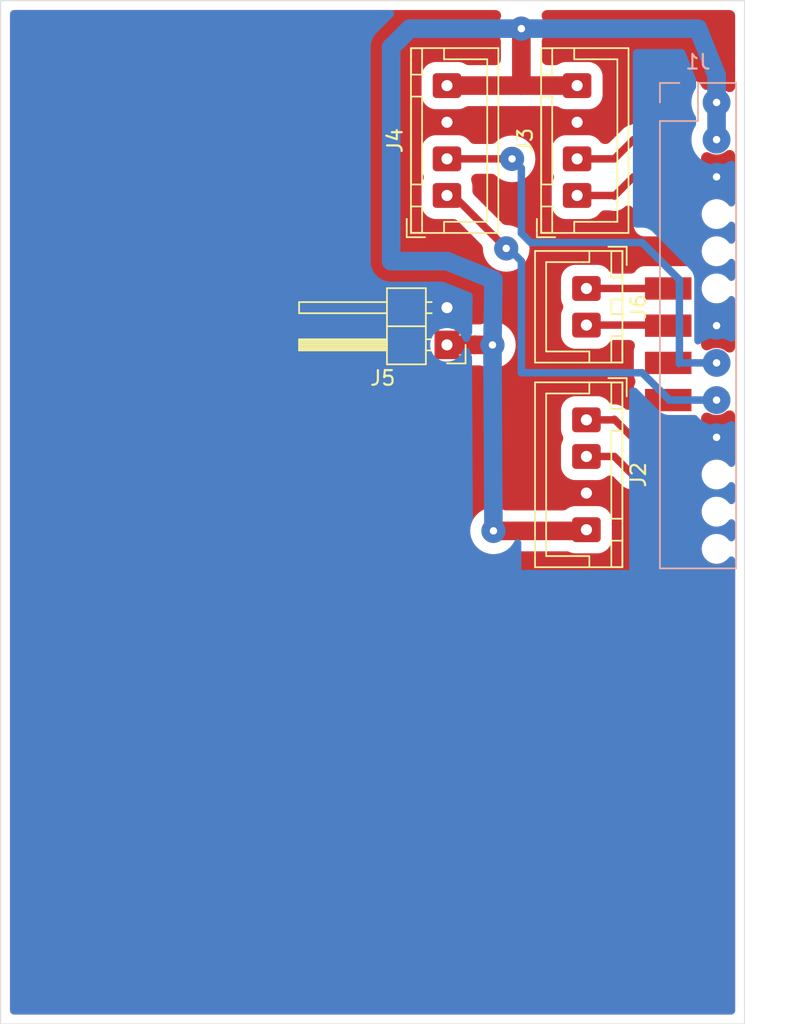
<source format=kicad_pcb>
(kicad_pcb (version 20240108) (generator "pcbnew") (generator_version "8.0")
  (layers (0 "F.Cu" signal) (31 "B.Cu" signal) (34 "B.Paste" user) (35 "F.Paste" user) (36 "B.SilkS" user "B.Silkscreen") (37 "F.SilkS" user "F.Silkscreen") (38 "B.Mask" user) (39 "F.Mask" user) (44 "Edge.Cuts" user))
  (net 0 "")
  (net 1 "GND")
  (net 2 "+3.3V")
  (net 5 "+5V")
  (net 6 "UART3_RX")
  (net 9 "CAN1_RX")
  (net 10 "CAN1_TX")
  (net 12 "UART1_RX")
  (net 13 "UART3_TX")
  (net 14 "UART1_TX")
  (net 20 "UART4_TX")
  (net 21 "UART4_RX")
  (footprint "Connector_PinHeader_2.54mm:PinHeader_1x02_P2.54mm_Horizontal" (layer "F.Cu") (at 30.48 23.495 180)
    (property "Reference" "J5" (at 4.385 -2.27 360) (layer "F.SilkS"))
    (property "Value" "FAN")
    (fp_line (start 10.1 2.92) (end 4.1 2.92) (stroke (width 0.12)) (layer "F.SilkS"))
    (fp_line (start 10.1 2.16) (end 10.1 2.92) (stroke (width 0.12)) (layer "F.SilkS"))
    (fp_line (start 10.1 0.38) (end 4.1 0.38) (stroke (width 0.12)) (layer "F.SilkS"))
    (fp_line (start 10.1 -0.38) (end 10.1 0.38) (stroke (width 0.12)) (layer "F.SilkS"))
    (fp_line (start 4.1 3.87) (end 4.1 -1.33) (stroke (width 0.12)) (layer "F.SilkS"))
    (fp_line (start 4.1 2.16) (end 10.1 2.16) (stroke (width 0.12)) (layer "F.SilkS"))
    (fp_line (start 4.1 0.28) (end 10.1 0.28) (stroke (width 0.12)) (layer "F.SilkS"))
    (fp_line (start 4.1 0.16) (end 10.1 0.16) (stroke (width 0.12)) (layer "F.SilkS"))
    (fp_line (start 4.1 0.04) (end 10.1 0.04) (stroke (width 0.12)) (layer "F.SilkS"))
    (fp_line (start 4.1 -0.08) (end 10.1 -0.08) (stroke (width 0.12)) (layer "F.SilkS"))
    (fp_line (start 4.1 -0.2) (end 10.1 -0.2) (stroke (width 0.12)) (layer "F.SilkS"))
    (fp_line (start 4.1 -0.32) (end 10.1 -0.32) (stroke (width 0.12)) (layer "F.SilkS"))
    (fp_line (start 4.1 -0.38) (end 10.1 -0.38) (stroke (width 0.12)) (layer "F.SilkS"))
    (fp_line (start 4.1 -1.33) (end 1.44 -1.33) (stroke (width 0.12)) (layer "F.SilkS"))
    (fp_line (start 1.44 3.87) (end 4.1 3.87) (stroke (width 0.12)) (layer "F.SilkS"))
    (fp_line (start 1.44 1.27) (end 4.1 1.27) (stroke (width 0.12)) (layer "F.SilkS"))
    (fp_line (start 1.44 -1.33) (end 1.44 3.87) (stroke (width 0.12)) (layer "F.SilkS"))
    (fp_line (start 1.11 0.38) (end 1.44 0.38) (stroke (width 0.12)) (layer "F.SilkS"))
    (fp_line (start 1.11 -0.38) (end 1.44 -0.38) (stroke (width 0.12)) (layer "F.SilkS"))
    (fp_line (start 1.042929 2.92) (end 1.44 2.92) (stroke (width 0.12)) (layer "F.SilkS"))
    (fp_line (start 1.042929 2.16) (end 1.44 2.16) (stroke (width 0.12)) (layer "F.SilkS"))
    (fp_line (start -1.27 0) (end -1.27 -1.27) (stroke (width 0.12)) (layer "F.SilkS"))
    (fp_line (start -1.27 -1.27) (end 0 -1.27) (stroke (width 0.12)) (layer "F.SilkS"))
    (pad "1" thru_hole roundrect (at 0 0 180) (size 1.7 1.95) (drill 0.762) (layers "*.Cu" "*.Mask") (remove_unused_layers yes) (roundrect_rratio 0.147059) (net 5 "+5V"))
    (pad "2" thru_hole roundrect (at 0 2.54 180) (size 1.7 1.95) (drill 0.762) (layers "*.Cu" "*.Mask") (remove_unused_layers yes) (zone_layer_connections "F.Cu" "B.Cu") (roundrect_rratio 0.147059) (net 1 "GND"))
  )
  (footprint "Connector_JST:JST_XH_B2B-XH-A_1x02_P2.50mm_Vertical" (layer "F.Cu") (at 40.005 19.645 -90)
    (property "Reference" "J6" (at 1.25 -3.55 90) (layer "F.SilkS"))
    (property "Value" "CAN1")
    (fp_line (start -2.56 3.51) (end 5.06 3.51) (stroke (width 0.12)) (layer "F.SilkS"))
    (fp_line (start 5.06 3.51) (end 5.06 -2.46) (stroke (width 0.12)) (layer "F.SilkS"))
    (fp_line (start -1.8 2.75) (end 1.25 2.75) (stroke (width 0.12)) (layer "F.SilkS"))
    (fp_line (start 4.3 2.75) (end 1.25 2.75) (stroke (width 0.12)) (layer "F.SilkS"))
    (fp_line (start -2.55 -0.2) (end -1.8 -0.2) (stroke (width 0.12)) (layer "F.SilkS"))
    (fp_line (start -1.8 -0.2) (end -1.8 2.75) (stroke (width 0.12)) (layer "F.SilkS"))
    (fp_line (start 4.3 -0.2) (end 4.3 2.75) (stroke (width 0.12)) (layer "F.SilkS"))
    (fp_line (start 5.05 -0.2) (end 4.3 -0.2) (stroke (width 0.12)) (layer "F.SilkS"))
    (fp_line (start -2.55 -1.7) (end -0.75 -1.7) (stroke (width 0.12)) (layer "F.SilkS"))
    (fp_line (start -0.75 -1.7) (end -0.75 -2.45) (stroke (width 0.12)) (layer "F.SilkS"))
    (fp_line (start 0.75 -1.7) (end 1.75 -1.7) (stroke (width 0.12)) (layer "F.SilkS"))
    (fp_line (start 1.75 -1.7) (end 1.75 -2.45) (stroke (width 0.12)) (layer "F.SilkS"))
    (fp_line (start 3.25 -1.7) (end 5.05 -1.7) (stroke (width 0.12)) (layer "F.SilkS"))
    (fp_line (start 5.05 -1.7) (end 5.05 -2.45) (stroke (width 0.12)) (layer "F.SilkS"))
    (fp_line (start -2.55 -2.45) (end -2.55 -1.7) (stroke (width 0.12)) (layer "F.SilkS"))
    (fp_line (start -0.75 -2.45) (end -2.55 -2.45) (stroke (width 0.12)) (layer "F.SilkS"))
    (fp_line (start 0.75 -2.45) (end 0.75 -1.7) (stroke (width 0.12)) (layer "F.SilkS"))
    (fp_line (start 1.75 -2.45) (end 0.75 -2.45) (stroke (width 0.12)) (layer "F.SilkS"))
    (fp_line (start 3.25 -2.45) (end 3.25 -1.7) (stroke (width 0.12)) (layer "F.SilkS"))
    (fp_line (start 5.05 -2.45) (end 3.25 -2.45) (stroke (width 0.12)) (layer "F.SilkS"))
    (fp_line (start -2.56 -2.46) (end -2.56 3.51) (stroke (width 0.12)) (layer "F.SilkS"))
    (fp_line (start 5.06 -2.46) (end -2.56 -2.46) (stroke (width 0.12)) (layer "F.SilkS"))
    (fp_line (start -2.85 -2.75) (end -2.85 -1.5) (stroke (width 0.12)) (layer "F.SilkS"))
    (fp_line (start -1.6 -2.75) (end -2.85 -2.75) (stroke (width 0.12)) (layer "F.SilkS"))
    (pad "1" thru_hole roundrect (at 0 0 270) (size 1.7 1.95) (drill 0.762) (layers "*.Cu" "*.Mask") (remove_unused_layers yes) (roundrect_rratio 0.147059) (net 9 "CAN1_RX"))
    (pad "2" thru_hole roundrect (at 2.5 0 270) (size 1.7 1.95) (drill 0.762) (layers "*.Cu" "*.Mask") (remove_unused_layers yes) (roundrect_rratio 0.147059) (net 10 "CAN1_TX"))
  )
  (footprint "Connector_JST:JST_XH_B4B-XH-A_1x04_P2.50mm_Vertical" (layer "F.Cu") (at 30.48 13.295 90)
    (property "Reference" "J4" (at 3.75 -3.55 90) (layer "F.SilkS"))
    (property "Value" "UART4")
    (fp_line (start -1.6 -2.75) (end -2.85 -2.75) (stroke (width 0.12)) (layer "F.SilkS"))
    (fp_line (start -2.85 -2.75) (end -2.85 -1.5) (stroke (width 0.12)) (layer "F.SilkS"))
    (fp_line (start 10.06 -2.46) (end -2.56 -2.46) (stroke (width 0.12)) (layer "F.SilkS"))
    (fp_line (start -2.56 -2.46) (end -2.56 3.51) (stroke (width 0.12)) (layer "F.SilkS"))
    (fp_line (start 10.05 -2.45) (end 8.25 -2.45) (stroke (width 0.12)) (layer "F.SilkS"))
    (fp_line (start 8.25 -2.45) (end 8.25 -1.7) (stroke (width 0.12)) (layer "F.SilkS"))
    (fp_line (start 6.75 -2.45) (end 0.75 -2.45) (stroke (width 0.12)) (layer "F.SilkS"))
    (fp_line (start 0.75 -2.45) (end 0.75 -1.7) (stroke (width 0.12)) (layer "F.SilkS"))
    (fp_line (start -0.75 -2.45) (end -2.55 -2.45) (stroke (width 0.12)) (layer "F.SilkS"))
    (fp_line (start -2.55 -2.45) (end -2.55 -1.7) (stroke (width 0.12)) (layer "F.SilkS"))
    (fp_line (start 10.05 -1.7) (end 10.05 -2.45) (stroke (width 0.12)) (layer "F.SilkS"))
    (fp_line (start 8.25 -1.7) (end 10.05 -1.7) (stroke (width 0.12)) (layer "F.SilkS"))
    (fp_line (start 6.75 -1.7) (end 6.75 -2.45) (stroke (width 0.12)) (layer "F.SilkS"))
    (fp_line (start 0.75 -1.7) (end 6.75 -1.7) (stroke (width 0.12)) (layer "F.SilkS"))
    (fp_line (start -0.75 -1.7) (end -0.75 -2.45) (stroke (width 0.12)) (layer "F.SilkS"))
    (fp_line (start -2.55 -1.7) (end -0.75 -1.7) (stroke (width 0.12)) (layer "F.SilkS"))
    (fp_line (start 10.05 -0.2) (end 9.3 -0.2) (stroke (width 0.12)) (layer "F.SilkS"))
    (fp_line (start 9.3 -0.2) (end 9.3 2.75) (stroke (width 0.12)) (layer "F.SilkS"))
    (fp_line (start -1.8 -0.2) (end -1.8 2.75) (stroke (width 0.12)) (layer "F.SilkS"))
    (fp_line (start -2.55 -0.2) (end -1.8 -0.2) (stroke (width 0.12)) (layer "F.SilkS"))
    (fp_line (start 9.3 2.75) (end 3.75 2.75) (stroke (width 0.12)) (layer "F.SilkS"))
    (fp_line (start -1.8 2.75) (end 3.75 2.75) (stroke (width 0.12)) (layer "F.SilkS"))
    (fp_line (start 10.06 3.51) (end 10.06 -2.46) (stroke (width 0.12)) (layer "F.SilkS"))
    (fp_line (start -2.56 3.51) (end 10.06 3.51) (stroke (width 0.12)) (layer "F.SilkS"))
    (pad "1" thru_hole roundrect (at 0 0 90) (size 1.7 1.95) (drill 0.762) (layers "*.Cu" "*.Mask") (remove_unused_layers yes) (roundrect_rratio 0.147059) (net 20 "UART4_TX"))
    (pad "2" thru_hole roundrect (at 2.5 0 90) (size 1.7 1.95) (drill 0.762) (layers "*.Cu" "*.Mask") (remove_unused_layers yes) (roundrect_rratio 0.147059) (net 21 "UART4_RX"))
    (pad "3" thru_hole roundrect (at 5 0 90) (size 1.7 1.95) (drill 0.762) (layers "*.Cu" "*.Mask") (remove_unused_layers yes) (zone_layer_connections "F.Cu") (roundrect_rratio 0.147059) (net 1 "GND"))
    (pad "4" thru_hole roundrect (at 7.5 0 90) (size 1.7 1.95) (drill 0.762) (layers "*.Cu" "*.Mask") (remove_unused_layers yes) (roundrect_rratio 0.147059) (net 5 "+5V"))
  )
  (footprint "Connector_JST:JST_XH_B4B-XH-A_1x04_P2.50mm_Vertical" (layer "F.Cu") (at 39.37 13.295 90)
    (property "Reference" "J3" (at 3.75 -3.55 90) (layer "F.SilkS"))
    (property "Value" "UART1")
    (fp_line (start -1.6 -2.75) (end -2.85 -2.75) (stroke (width 0.12)) (layer "F.SilkS"))
    (fp_line (start -2.85 -2.75) (end -2.85 -1.5) (stroke (width 0.12)) (layer "F.SilkS"))
    (fp_line (start 10.06 -2.46) (end -2.56 -2.46) (stroke (width 0.12)) (layer "F.SilkS"))
    (fp_line (start -2.56 -2.46) (end -2.56 3.51) (stroke (width 0.12)) (layer "F.SilkS"))
    (fp_line (start 10.05 -2.45) (end 8.25 -2.45) (stroke (width 0.12)) (layer "F.SilkS"))
    (fp_line (start 8.25 -2.45) (end 8.25 -1.7) (stroke (width 0.12)) (layer "F.SilkS"))
    (fp_line (start 6.75 -2.45) (end 0.75 -2.45) (stroke (width 0.12)) (layer "F.SilkS"))
    (fp_line (start 0.75 -2.45) (end 0.75 -1.7) (stroke (width 0.12)) (layer "F.SilkS"))
    (fp_line (start -0.75 -2.45) (end -2.55 -2.45) (stroke (width 0.12)) (layer "F.SilkS"))
    (fp_line (start -2.55 -2.45) (end -2.55 -1.7) (stroke (width 0.12)) (layer "F.SilkS"))
    (fp_line (start 10.05 -1.7) (end 10.05 -2.45) (stroke (width 0.12)) (layer "F.SilkS"))
    (fp_line (start 8.25 -1.7) (end 10.05 -1.7) (stroke (width 0.12)) (layer "F.SilkS"))
    (fp_line (start 6.75 -1.7) (end 6.75 -2.45) (stroke (width 0.12)) (layer "F.SilkS"))
    (fp_line (start 0.75 -1.7) (end 6.75 -1.7) (stroke (width 0.12)) (layer "F.SilkS"))
    (fp_line (start -0.75 -1.7) (end -0.75 -2.45) (stroke (width 0.12)) (layer "F.SilkS"))
    (fp_line (start -2.55 -1.7) (end -0.75 -1.7) (stroke (width 0.12)) (layer "F.SilkS"))
    (fp_line (start 10.05 -0.2) (end 9.3 -0.2) (stroke (width 0.12)) (layer "F.SilkS"))
    (fp_line (start 9.3 -0.2) (end 9.3 2.75) (stroke (width 0.12)) (layer "F.SilkS"))
    (fp_line (start -1.8 -0.2) (end -1.8 2.75) (stroke (width 0.12)) (layer "F.SilkS"))
    (fp_line (start -2.55 -0.2) (end -1.8 -0.2) (stroke (width 0.12)) (layer "F.SilkS"))
    (fp_line (start 9.3 2.75) (end 3.75 2.75) (stroke (width 0.12)) (layer "F.SilkS"))
    (fp_line (start -1.8 2.75) (end 3.75 2.75) (stroke (width 0.12)) (layer "F.SilkS"))
    (fp_line (start 10.06 3.51) (end 10.06 -2.46) (stroke (width 0.12)) (layer "F.SilkS"))
    (fp_line (start -2.56 3.51) (end 10.06 3.51) (stroke (width 0.12)) (layer "F.SilkS"))
    (pad "1" thru_hole roundrect (at 0 0 90) (size 1.7 1.95) (drill 0.762) (layers "*.Cu" "*.Mask") (remove_unused_layers yes) (roundrect_rratio 0.147059) (net 14 "UART1_TX"))
    (pad "2" thru_hole roundrect (at 2.5 0 90) (size 1.7 1.95) (drill 0.762) (layers "*.Cu" "*.Mask") (remove_unused_layers yes) (roundrect_rratio 0.147059) (net 12 "UART1_RX"))
    (pad "3" thru_hole roundrect (at 5 0 90) (size 1.7 1.95) (drill 0.762) (layers "*.Cu" "*.Mask") (remove_unused_layers yes) (zone_layer_connections "F.Cu") (roundrect_rratio 0.147059) (net 1 "GND"))
    (pad "4" thru_hole roundrect (at 7.5 0 90) (size 1.7 1.95) (drill 0.762) (layers "*.Cu" "*.Mask") (remove_unused_layers yes) (roundrect_rratio 0.147059) (net 5 "+5V"))
  )
  (footprint "Connector_JST:JST_XH_B4B-XH-A_1x04_P2.50mm_Vertical" (layer "F.Cu") (at 40.005 28.615 -90)
    (property "Reference" "J2" (at 3.75 -3.55 90) (layer "F.SilkS"))
    (property "Value" "UART3" (hide yes))
    (fp_line (start -2.56 3.51) (end 10.06 3.51) (stroke (width 0.12)) (layer "F.SilkS"))
    (fp_line (start 10.06 3.51) (end 10.06 -2.46) (stroke (width 0.12)) (layer "F.SilkS"))
    (fp_line (start -1.8 2.75) (end 3.75 2.75) (stroke (width 0.12)) (layer "F.SilkS"))
    (fp_line (start 9.3 2.75) (end 3.75 2.75) (stroke (width 0.12)) (layer "F.SilkS"))
    (fp_line (start -2.55 -0.2) (end -1.8 -0.2) (stroke (width 0.12)) (layer "F.SilkS"))
    (fp_line (start -1.8 -0.2) (end -1.8 2.75) (stroke (width 0.12)) (layer "F.SilkS"))
    (fp_line (start 9.3 -0.2) (end 9.3 2.75) (stroke (width 0.12)) (layer "F.SilkS"))
    (fp_line (start 10.05 -0.2) (end 9.3 -0.2) (stroke (width 0.12)) (layer "F.SilkS"))
    (fp_line (start -2.55 -1.7) (end -0.75 -1.7) (stroke (width 0.12)) (layer "F.SilkS"))
    (fp_line (start -0.75 -1.7) (end -0.75 -2.45) (stroke (width 0.12)) (layer "F.SilkS"))
    (fp_line (start 0.75 -1.7) (end 6.75 -1.7) (stroke (width 0.12)) (layer "F.SilkS"))
    (fp_line (start 6.75 -1.7) (end 6.75 -2.45) (stroke (width 0.12)) (layer "F.SilkS"))
    (fp_line (start 8.25 -1.7) (end 10.05 -1.7) (stroke (width 0.12)) (layer "F.SilkS"))
    (fp_line (start 10.05 -1.7) (end 10.05 -2.45) (stroke (width 0.12)) (layer "F.SilkS"))
    (fp_line (start -2.55 -2.45) (end -2.55 -1.7) (stroke (width 0.12)) (layer "F.SilkS"))
    (fp_line (start -0.75 -2.45) (end -2.55 -2.45) (stroke (width 0.12)) (layer "F.SilkS"))
    (fp_line (start 0.75 -2.45) (end 0.75 -1.7) (stroke (width 0.12)) (layer "F.SilkS"))
    (fp_line (start 6.75 -2.45) (end 0.75 -2.45) (stroke (width 0.12)) (layer "F.SilkS"))
    (fp_line (start 8.25 -2.45) (end 8.25 -1.7) (stroke (width 0.12)) (layer "F.SilkS"))
    (fp_line (start 10.05 -2.45) (end 8.25 -2.45) (stroke (width 0.12)) (layer "F.SilkS"))
    (fp_line (start -2.56 -2.46) (end -2.56 3.51) (stroke (width 0.12)) (layer "F.SilkS"))
    (fp_line (start 10.06 -2.46) (end -2.56 -2.46) (stroke (width 0.12)) (layer "F.SilkS"))
    (fp_line (start -2.85 -2.75) (end -2.85 -1.5) (stroke (width 0.12)) (layer "F.SilkS"))
    (fp_line (start -1.6 -2.75) (end -2.85 -2.75) (stroke (width 0.12)) (layer "F.SilkS"))
    (pad "1" thru_hole roundrect (at 0 0 270) (size 1.7 1.95) (drill 0.762) (layers "*.Cu" "*.Mask") (remove_unused_layers yes) (roundrect_rratio 0.147059) (net 13 "UART3_TX"))
    (pad "2" thru_hole roundrect (at 2.5 0 270) (size 1.7 1.95) (drill 0.762) (layers "*.Cu" "*.Mask") (remove_unused_layers yes) (roundrect_rratio 0.147059) (net 6 "UART3_RX"))
    (pad "3" thru_hole roundrect (at 5 0 270) (size 1.7 1.95) (drill 0.762) (layers "*.Cu" "*.Mask") (remove_unused_layers yes) (zone_layer_connections "F.Cu") (roundrect_rratio 0.147059) (net 1 "GND"))
    (pad "4" thru_hole roundrect (at 7.5 0 270) (size 1.7 1.95) (drill 0.762) (layers "*.Cu" "*.Mask") (remove_unused_layers yes) (roundrect_rratio 0.147059) (net 5 "+5V"))
  )
  (footprint "Connector_PinSocket_2.54mm:PinSocket_2x13_P2.54mm_Vertical" (layer "B.Cu") (at 46.355 6.945 180)
    (property "Reference" "J1" (at -1.27 2.77 0) (layer "B.SilkS") (effects (justify mirror)))
    (property "Value" "Orange Pi v5 v1.2")
    (fp_line (start 1.33 1.33) (end 0 1.33) (stroke (width 0.12)) (layer "B.SilkS"))
    (fp_line (start 1.33 0) (end 1.33 1.33) (stroke (width 0.12)) (layer "B.SilkS"))
    (fp_line (start 1.33 -1.27) (end -1.27 -1.27) (stroke (width 0.12)) (layer "B.SilkS"))
    (fp_line (start 1.33 -31.81) (end 1.33 -1.27) (stroke (width 0.12)) (layer "B.SilkS"))
    (fp_line (start 1.33 -31.81) (end -3.87 -31.81) (stroke (width 0.12)) (layer "B.SilkS"))
    (fp_line (start -1.27 1.33) (end -3.87 1.33) (stroke (width 0.12)) (layer "B.SilkS"))
    (fp_line (start -1.27 -1.27) (end -1.27 1.33) (stroke (width 0.12)) (layer "B.SilkS"))
    (fp_line (start -3.87 -31.81) (end -3.87 1.33) (stroke (width 0.12)) (layer "B.SilkS"))
    (pad "1" smd rect (at 0 0 180) (size 3.175 1.524) (drill (offset 0.762 0)) (layers "F.Cu" "F.Paste" "F.Mask") (net 2 "+3.3V"))
    (pad "2" thru_hole oval (at -2.54 0 180) (size 1.905 1.905) (drill 0.508) (layers "*.Cu" "*.Mask") (remove_unused_layers yes) (net 5 "+5V"))
    (pad "3" smd rect (at 0 -2.54 180) (size 3.175 1.524) (drill (offset 0.762 0)) (layers "F.Cu" "F.Paste" "F.Mask") (net 12 "UART1_RX"))
    (pad "4" thru_hole oval (at -2.54 -2.54 180) (size 1.905 1.905) (drill 0.508) (layers "*.Cu" "*.Mask") (remove_unused_layers yes) (net 5 "+5V"))
    (pad "5" smd rect (at 0 -5.08 180) (size 3.175 1.524) (drill (offset 0.762 0)) (layers "F.Cu" "F.Paste" "F.Mask") (net 14 "UART1_TX"))
    (pad "6" thru_hole oval (at -2.54 -5.08 180) (size 1.905 1.905) (drill 0.508) (layers "*.Cu" "*.Mask") (remove_unused_layers yes) (zone_layer_connections "F.Cu" "B.Cu") (net 1 "GND"))
    (pad "7" smd rect (at 0 -7.62 180) (size 3.175 1.524) (drill (offset 0.762 0)) (layers "F.Cu" "F.Paste" "F.Mask"))
    (pad "8" thru_hole oval (at -2.54 -7.62 180) (size 1.905 1.905) (drill 0.508) (layers "*.Cu" "*.Mask") (remove_unused_layers yes))
    (pad "9" smd rect (at 0 -10.16 180) (size 3.175 1.524) (drill (offset 0.762 0)) (layers "F.Cu" "F.Paste" "F.Mask") (net 1 "GND"))
    (pad "10" thru_hole oval (at -2.54 -10.16 180) (size 1.905 1.905) (drill 0.508) (layers "*.Cu" "*.Mask") (remove_unused_layers yes))
    (pad "11" smd rect (at 0 -12.7 180) (size 3.175 1.524) (drill (offset 0.762 0)) (layers "F.Cu" "F.Paste" "F.Mask") (net 9 "CAN1_RX"))
    (pad "12" thru_hole oval (at -2.54 -12.7 180) (size 1.905 1.905) (drill 0.508) (layers "*.Cu" "*.Mask") (remove_unused_layers yes))
    (pad "13" smd rect (at 0 -15.24 180) (size 3.175 1.524) (drill (offset 0.762 0)) (layers "F.Cu" "F.Paste" "F.Mask") (net 10 "CAN1_TX"))
    (pad "14" thru_hole oval (at -2.54 -15.24 180) (size 1.905 1.905) (drill 0.508) (layers "*.Cu" "*.Mask") (remove_unused_layers yes) (zone_layer_connections "F.Cu" "B.Cu") (net 1 "GND"))
    (pad "15" smd rect (at 0 -17.78 180) (size 3.175 1.524) (drill (offset 0.762 0)) (layers "F.Cu" "F.Paste" "F.Mask"))
    (pad "16" thru_hole oval (at -2.54 -17.78 180) (size 1.905 1.905) (drill 0.508) (layers "*.Cu" "*.Mask") (remove_unused_layers yes) (net 21 "UART4_RX"))
    (pad "17" smd rect (at 0 -20.32 180) (size 3.175 1.524) (drill (offset 0.762 0)) (layers "F.Cu" "F.Paste" "F.Mask"))
    (pad "18" thru_hole oval (at -2.54 -20.32 180) (size 1.905 1.905) (drill 0.508) (layers "*.Cu" "*.Mask") (remove_unused_layers yes) (net 20 "UART4_TX"))
    (pad "19" smd rect (at 0 -22.86 180) (size 3.175 1.524) (drill (offset 0.762 0)) (layers "F.Cu" "F.Paste" "F.Mask") (net 13 "UART3_TX"))
    (pad "20" thru_hole oval (at -2.54 -22.86 180) (size 1.905 1.905) (drill 0.508) (layers "*.Cu" "*.Mask") (remove_unused_layers yes) (zone_layer_connections "F.Cu" "B.Cu") (net 1 "GND"))
    (pad "21" smd rect (at 0 -25.4 180) (size 3.175 1.524) (drill (offset 0.762 0)) (layers "F.Cu" "F.Paste" "F.Mask") (net 6 "UART3_RX"))
    (pad "22" thru_hole oval (at -2.54 -25.4 180) (size 1.905 1.905) (drill 0.508) (layers "*.Cu" "*.Mask") (remove_unused_layers yes))
    (pad "23" smd rect (at 0 -27.94 180) (size 3.175 1.524) (drill (offset 0.762 0)) (layers "F.Cu" "F.Paste" "F.Mask"))
    (pad "24" thru_hole oval (at -2.54 -27.94 180) (size 1.905 1.905) (drill 0.508) (layers "*.Cu" "*.Mask") (remove_unused_layers yes))
    (pad "25" smd rect (at 0 -30.48 180) (size 3.175 1.524) (drill (offset 0.762 0)) (layers "F.Cu" "F.Paste" "F.Mask") (net 1 "GND"))
    (pad "26" thru_hole oval (at -2.54 -30.48 180) (size 1.905 1.905) (drill 0.508) (layers "*.Cu" "*.Mask") (remove_unused_layers yes))
  )
  (gr_rect (start 0 0) (end 50.8 69.85) (stroke (width 0.05)) (fill none) (layer "Edge.Cuts"))
  (segment (start 37.505 33.615) (end 37.465 33.655) (width 1.27) (layer "F.Cu") (net 1))
  (segment (start 47.625 38.735) (end 46.315 38.735) (width 1.27) (layer "F.Cu") (net 1))
  (segment (start 30.48 20.955) (end 34.925 20.955) (width 1.27) (layer "F.Cu") (net 1))
  (segment (start 41.87 33.615) (end 42.545 34.29) (width 1.27) (layer "F.Cu") (net 1))
  (segment (start 34.925 20.955) (end 36.195 22.225) (width 1.27) (layer "F.Cu") (net 1))
  (segment (start 38.735 17.145) (end 46.315 17.145) (width 1.27) (layer "F.Cu") (net 1))
  (segment (start 46.315 38.735) (end 45.68 38.1) (width 1.27) (layer "F.Cu") (net 1))
  (segment (start 36.195 22.225) (end 36.195 32.385) (width 1.27) (layer "F.Cu") (net 1))
  (segment (start 42.545 38.1) (end 45.68 38.1) (width 1.27) (layer "F.Cu") (net 1))
  (segment (start 40.005 33.615) (end 37.505 33.615) (width 1.27) (layer "F.Cu") (net 1))
  (segment (start 42.545 34.29) (end 42.545 38.1) (width 1.27) (layer "F.Cu") (net 1))
  (segment (start 36.195 32.385) (end 37.465 33.655) (width 1.27) (layer "F.Cu") (net 1))
  (segment (start 46.355 37.425) (end 47.625 38.695) (width 1.27) (layer "F.Cu") (net 1))
  (segment (start 35.56 8.295) (end 39.37 8.295) (width 1.27) (layer "F.Cu") (net 1))
  (segment (start 46.315 17.145) (end 46.355 17.105) (width 1.27) (layer "F.Cu") (net 1))
  (segment (start 47.625 38.695) (end 47.625 38.735) (width 1.27) (layer "F.Cu") (net 1))
  (segment (start 40.005 33.615) (end 41.87 33.615) (width 1.27) (layer "F.Cu") (net 1))
  (segment (start 34.925 20.955) (end 38.735 17.145) (width 1.27) (layer "F.Cu") (net 1))
  (segment (start 30.48 8.295) (end 35.56 8.295) (width 1.27) (layer "F.Cu") (net 1))
  (segment (start 32.38 23.495) (end 30.48 23.495) (width 1.27) (layer "F.Cu") (net 5))
  (segment (start 32.385 23.5) (end 32.38 23.495) (width 1.27) (layer "F.Cu") (net 5))
  (segment (start 32.39 23.495) (end 32.385 23.5) (width 1.27) (layer "F.Cu") (net 5))
  (segment (start 33.585 23.5) (end 33.59 23.495) (width 1.27) (layer "F.Cu") (net 5))
  (segment (start 35.56 1.905) (end 35.56 5.795) (width 1.27) (layer "F.Cu") (net 5))
  (segment (start 33.585 23.5) (end 32.39 23.495) (width 1.27) (layer "F.Cu") (net 5))
  (segment (start 39.37 5.795) (end 30.48 5.795) (width 1.27) (layer "F.Cu") (net 5))
  (segment (start 39.925 36.195) (end 40.005 36.115) (width 1.27) (layer "F.Cu") (net 5))
  (segment (start 33.655 36.195) (end 39.925 36.195) (width 1.27) (layer "F.Cu") (net 5))
  (via (at 33.655 36.195) (size 1.651) (drill 0.508) (layers "F.Cu" "B.Cu") (net 5))
  (via (at 33.585 23.5) (size 1.651) (drill 0.508) (layers "F.Cu" "B.Cu") (net 5))
  (via (at 35.56 1.905) (size 1.651) (drill 0.508) (layers "F.Cu" "B.Cu") (net 5))
  (segment (start 35.56 1.905) (end 47.625 1.905) (width 1.27) (layer "B.Cu") (net 5))
  (segment (start 33.655 36.195) (end 33.585 23.5) (width 1.27) (layer "B.Cu") (net 5))
  (segment (start 48.895 5.08) (end 48.895 6.945) (width 1.27) (layer "B.Cu") (net 5))
  (segment (start 33.585 23.5) (end 33.655 19.05) (width 1.27) (layer "B.Cu") (net 5))
  (segment (start 26.67 3.175) (end 27.94 1.905) (width 1.27) (layer "B.Cu") (net 5))
  (segment (start 33.655 19.05) (end 30.48 17.78) (width 1.27) (layer "B.Cu") (net 5))
  (segment (start 48.895 9.485) (end 48.895 6.945) (width 1.27) (layer "B.Cu") (net 5))
  (segment (start 47.625 1.905) (end 48.895 5.08) (width 1.27) (layer "B.Cu") (net 5))
  (segment (start 27.94 1.905) (end 35.56 1.905) (width 1.27) (layer "B.Cu") (net 5))
  (segment (start 30.48 17.78) (end 26.67 17.78) (width 1.27) (layer "B.Cu") (net 5))
  (segment (start 26.67 17.78) (end 26.67 3.175) (width 1.27) (layer "B.Cu") (net 5))
  (segment (start 41.91 31.115) (end 40.005 31.115) (width 0.508) (layer "F.Cu") (net 6))
  (segment (start 46.355 32.345) (end 43.14 32.345) (width 0.508) (layer "F.Cu") (net 6))
  (segment (start 43.14 32.345) (end 41.91 31.115) (width 0.508) (layer "F.Cu") (net 6))
  (segment (start 46.355 19.645) (end 40.005 19.645) (width 0.508) (layer "F.Cu") (net 9))
  (segment (start 46.315 22.145) (end 40.005 22.145) (width 0.508) (layer "F.Cu") (net 10))
  (segment (start 46.355 22.185) (end 46.315 22.145) (width 0.508) (layer "F.Cu") (net 10))
  (segment (start 46.355 9.485) (end 43.22 9.485) (width 0.508) (layer "F.Cu") (net 12))
  (segment (start 43.22 9.485) (end 41.91 10.795) (width 0.508) (layer "F.Cu") (net 12))
  (segment (start 41.91 10.795) (end 39.37 10.795) (width 0.508) (layer "F.Cu") (net 12))
  (segment (start 41.87 28.615) (end 40.005 28.615) (width 0.508) (layer "F.Cu") (net 13))
  (segment (start 41.91 28.575) (end 41.87 28.615) (width 0.508) (layer "F.Cu") (net 13))
  (segment (start 46.355 29.805) (end 43.14 29.805) (width 0.508) (layer "F.Cu") (net 13))
  (segment (start 43.14 29.805) (end 41.91 28.575) (width 0.508) (layer "F.Cu") (net 13))
  (segment (start 41.91 13.335) (end 41.87 13.295) (width 0.508) (layer "F.Cu") (net 14))
  (segment (start 41.87 13.295) (end 39.37 13.295) (width 0.508) (layer "F.Cu") (net 14))
  (segment (start 46.355 12.025) (end 43.22 12.025) (width 0.508) (layer "F.Cu") (net 14))
  (segment (start 43.22 12.025) (end 41.91 13.335) (width 0.508) (layer "F.Cu") (net 14))
  (segment (start 34.52727 16.90773) (end 30.91454 13.295) (width 0.508) (layer "F.Cu") (net 20))
  (segment (start 30.91454 13.295) (end 30.48 13.295) (width 0.508) (layer "F.Cu") (net 20))
  (segment (start 30.52 13.335) (end 30.48 13.295) (width 0.508) (layer "F.Cu") (net 20))
  (via (at 34.52727 16.90773) (size 1.651) (drill 0.508) (layers "F.Cu" "B.Cu") (net 20))
  (segment (start 45.68 27.265) (end 43.815 25.4) (width 0.508) (layer "B.Cu") (net 20))
  (segment (start 43.815 25.4) (end 35.56 25.4) (width 0.508) (layer "B.Cu") (net 20))
  (segment (start 35.56 25.4) (end 35.56 17.78) (width 0.508) (layer "B.Cu") (net 20))
  (segment (start 34.68773 16.90773) (end 34.52727 16.90773) (width 0.508) (layer "B.Cu") (net 20))
  (segment (start 48.895 27.265) (end 45.68 27.265) (width 0.508) (layer "B.Cu") (net 20))
  (segment (start 35.56 17.78) (end 34.68773 16.90773) (width 0.508) (layer "B.Cu") (net 20))
  (segment (start 34.925 10.795) (end 30.48 10.795) (width 0.508) (layer "F.Cu") (net 21))
  (via (at 34.925 10.795) (size 1.651) (drill 0.508) (layers "F.Cu" "B.Cu") (net 21))
  (segment (start 43.815 16.51) (end 36.195 16.51) (width 0.508) (layer "B.Cu") (net 21))
  (segment (start 36.195 16.51) (end 35.56 15.875) (width 0.508) (layer "B.Cu") (net 21))
  (segment (start 46.355 24.765) (end 46.355 19.05) (width 0.508) (layer "B.Cu") (net 21))
  (segment (start 35.56 11.43) (end 34.925 10.795) (width 0.508) (layer "B.Cu") (net 21))
  (segment (start 48.895 24.725) (end 46.395 24.725) (width 0.508) (layer "B.Cu") (net 21))
  (segment (start 46.395 24.725) (end 46.355 24.765) (width 0.508) (layer "B.Cu") (net 21))
  (segment (start 35.56 15.875) (end 35.56 11.43) (width 0.508) (layer "B.Cu") (net 21))
  (segment (start 46.355 19.05) (end 43.815 16.51) (width 0.508) (layer "B.Cu") (net 21))
  (zone (net 1) (net_name "GND") (layer "F.Cu") (connect_pads yes (clearance 0.762)) (min_thickness 0.762) (fill yes (thermal_gap 0.508) (thermal_bridge_width 0.762))
    (polygon (pts (xy 0.635 0.635) (xy 50.165 0.635) (xy 50.165 69.215) (xy 0.635 69.215)))
  )
  (zone (net 0) (net_name "") (layer "B.Cu") (name "SilkPRotect3") (connect_pads yes (clearance 0)) (min_thickness 0.762)
    (keepout (tracks allowed) (vias allowed) (pads allowed) (copperpour not_allowed) (footprints allowed))
    (fill (thermal_gap 0.508) (thermal_bridge_width 0.762))
    (polygon (pts (xy 35.56 25.908) (xy 35.56 38.862) (xy 42.926 38.862) (xy 42.926 25.908)))
  )
  (zone (net 0) (net_name "") (layer "B.Cu") (name "SilkPRotect2") (connect_pads yes (clearance 0)) (min_thickness 0.762)
    (keepout (tracks allowed) (vias allowed) (pads allowed) (copperpour not_allowed) (footprints allowed))
    (fill (thermal_gap 0.508) (thermal_bridge_width 0.762))
    (polygon (pts (xy 36.322 17.018) (xy 42.672 17.018) (xy 42.672 24.892) (xy 36.322 24.892)))
  )
  (zone (net 1) (net_name "GND") (layer "B.Cu") (priority 1) (connect_pads yes (clearance 0.762)) (min_thickness 0.508) (fill yes (thermal_gap 0.508) (thermal_bridge_width 0.762))
    (polygon (pts (xy 50.165 0.635) (xy 0.635 0.635) (xy 0.635 69.215) (xy 50.165 69.215)))
  )
  (zone (net 0) (net_name "") (layer "B.Cu") (name "SilkProtect") (connect_pads yes (clearance 0)) (min_thickness 0.762)
    (keepout (tracks not_allowed) (vias not_allowed) (pads allowed) (copperpour not_allowed) (footprints allowed))
    (fill (thermal_gap 0.508) (thermal_bridge_width 0.762))
    (polygon (pts (xy 43.18 3.175) (xy 43.18 15.875) (xy 27.305 15.875) (xy 27.305 3.175)))
  )
)
</source>
